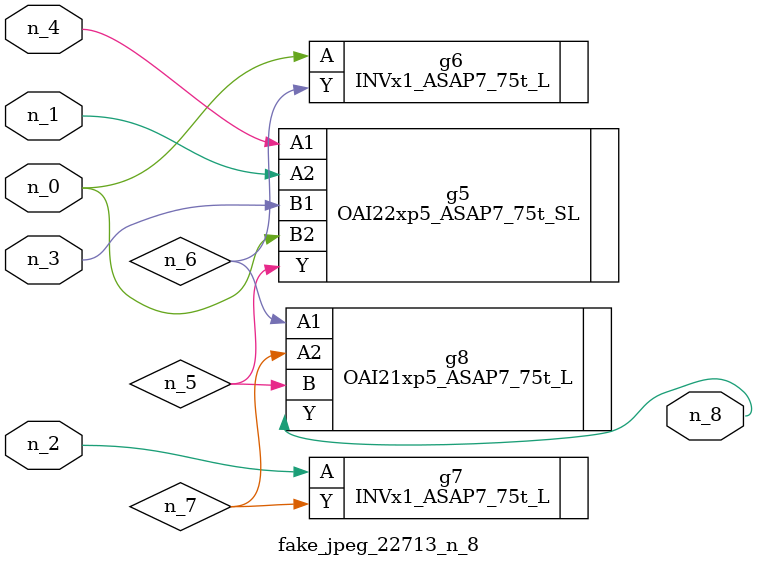
<source format=v>
module fake_jpeg_22713_n_8 (n_3, n_2, n_1, n_0, n_4, n_8);

input n_3;
input n_2;
input n_1;
input n_0;
input n_4;

output n_8;

wire n_6;
wire n_5;
wire n_7;

OAI22xp5_ASAP7_75t_SL g5 ( 
.A1(n_4),
.A2(n_1),
.B1(n_3),
.B2(n_0),
.Y(n_5)
);

INVx1_ASAP7_75t_L g6 ( 
.A(n_0),
.Y(n_6)
);

INVx1_ASAP7_75t_L g7 ( 
.A(n_2),
.Y(n_7)
);

OAI21xp5_ASAP7_75t_L g8 ( 
.A1(n_6),
.A2(n_7),
.B(n_5),
.Y(n_8)
);


endmodule
</source>
